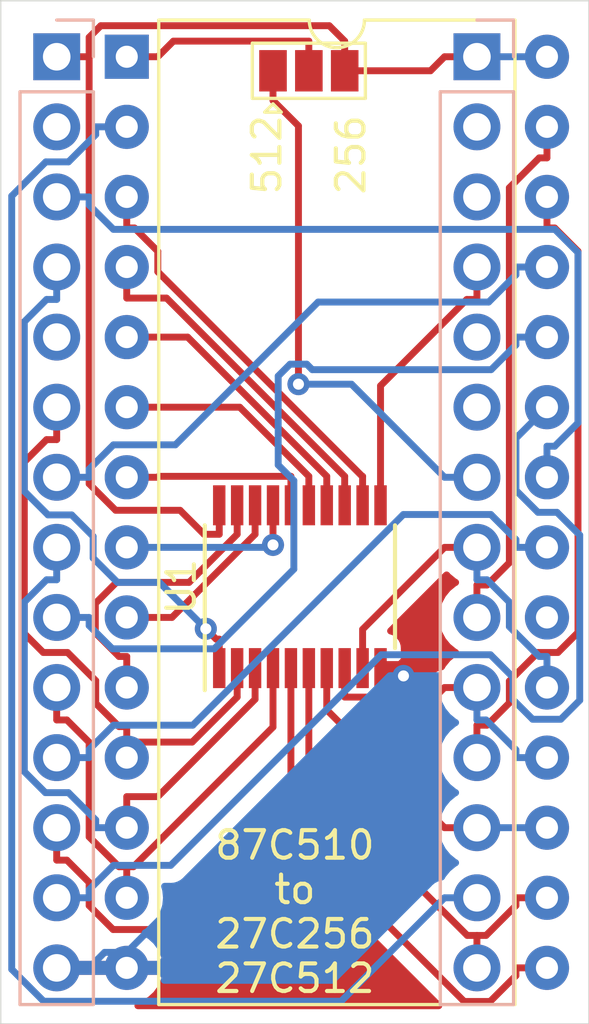
<source format=kicad_pcb>
(kicad_pcb (version 20171130) (host pcbnew "(5.1.2)-2")

  (general
    (thickness 1.6)
    (drawings 7)
    (tracks 264)
    (zones 0)
    (modules 5)
    (nets 31)
  )

  (page A4)
  (layers
    (0 F.Cu signal)
    (31 B.Cu signal)
    (32 B.Adhes user)
    (33 F.Adhes user)
    (34 B.Paste user)
    (35 F.Paste user)
    (36 B.SilkS user)
    (37 F.SilkS user)
    (38 B.Mask user)
    (39 F.Mask user)
    (40 Dwgs.User user)
    (41 Cmts.User user)
    (42 Eco1.User user)
    (43 Eco2.User user)
    (44 Edge.Cuts user)
    (45 Margin user)
    (46 B.CrtYd user)
    (47 F.CrtYd user)
    (48 B.Fab user)
    (49 F.Fab user)
  )

  (setup
    (last_trace_width 0.25)
    (trace_clearance 0.2)
    (zone_clearance 0.508)
    (zone_45_only no)
    (trace_min 0.2)
    (via_size 0.8)
    (via_drill 0.4)
    (via_min_size 0.4)
    (via_min_drill 0.3)
    (uvia_size 0.3)
    (uvia_drill 0.1)
    (uvias_allowed no)
    (uvia_min_size 0.2)
    (uvia_min_drill 0.1)
    (edge_width 0.05)
    (segment_width 0.2)
    (pcb_text_width 0.3)
    (pcb_text_size 1.5 1.5)
    (mod_edge_width 0.12)
    (mod_text_size 1 1)
    (mod_text_width 0.15)
    (pad_size 1.524 1.524)
    (pad_drill 0.762)
    (pad_to_mask_clearance 0.051)
    (solder_mask_min_width 0.25)
    (aux_axis_origin 0 0)
    (visible_elements 7FFFFFFF)
    (pcbplotparams
      (layerselection 0x010f0_ffffffff)
      (usegerberextensions false)
      (usegerberattributes false)
      (usegerberadvancedattributes false)
      (creategerberjobfile false)
      (excludeedgelayer true)
      (linewidth 0.100000)
      (plotframeref false)
      (viasonmask false)
      (mode 1)
      (useauxorigin false)
      (hpglpennumber 1)
      (hpglpenspeed 20)
      (hpglpendiameter 15.000000)
      (psnegative false)
      (psa4output false)
      (plotreference true)
      (plotvalue true)
      (plotinvisibletext false)
      (padsonsilk false)
      (subtractmaskfromsilk false)
      (outputformat 1)
      (mirror false)
      (drillshape 0)
      (scaleselection 1)
      (outputdirectory ""))
  )

  (net 0 "")
  (net 1 GND)
  (net 2 +5V)
  (net 3 A11)
  (net 4 AD3)
  (net 5 A10)
  (net 6 AD2)
  (net 7 A9)
  (net 8 AD1)
  (net 9 A8)
  (net 10 AD0)
  (net 11 EN)
  (net 12 OE)
  (net 13 ALE)
  (net 14 A15)
  (net 15 AD7)
  (net 16 A14)
  (net 17 AD6)
  (net 18 A13)
  (net 19 AD5)
  (net 20 A12)
  (net 21 AD4)
  (net 22 A0)
  (net 23 A1)
  (net 24 A2)
  (net 25 A3)
  (net 26 A4)
  (net 27 A5)
  (net 28 A6)
  (net 29 A7)
  (net 30 "Net-(JP1-Pad2)")

  (net_class Default "This is the default net class."
    (clearance 0.2)
    (trace_width 0.25)
    (via_dia 0.8)
    (via_drill 0.4)
    (uvia_dia 0.3)
    (uvia_drill 0.1)
    (add_net +5V)
    (add_net A0)
    (add_net A1)
    (add_net A10)
    (add_net A11)
    (add_net A12)
    (add_net A13)
    (add_net A14)
    (add_net A15)
    (add_net A2)
    (add_net A3)
    (add_net A4)
    (add_net A5)
    (add_net A6)
    (add_net A7)
    (add_net A8)
    (add_net A9)
    (add_net AD0)
    (add_net AD1)
    (add_net AD2)
    (add_net AD3)
    (add_net AD4)
    (add_net AD5)
    (add_net AD6)
    (add_net AD7)
    (add_net ALE)
    (add_net EN)
    (add_net GND)
    (add_net "Net-(JP1-Pad2)")
    (add_net OE)
  )

  (module Pin_Headers:Pin_Header_Straight_1x14_Pitch2.54mm (layer B.Cu) (tedit 59650532) (tstamp 5D937DE4)
    (at 147.828 92.456 180)
    (descr "Through hole straight pin header, 1x14, 2.54mm pitch, single row")
    (tags "Through hole pin header THT 1x14 2.54mm single row")
    (path /5D86B354)
    (fp_text reference J1 (at 0 2.33) (layer B.SilkS) hide
      (effects (font (size 1 1) (thickness 0.15)) (justify mirror))
    )
    (fp_text value Conn_01x14 (at 0 -35.35) (layer B.Fab) hide
      (effects (font (size 1 1) (thickness 0.15)) (justify mirror))
    )
    (fp_text user %R (at 0 -16.51 270) (layer B.Fab)
      (effects (font (size 1 1) (thickness 0.15)) (justify mirror))
    )
    (fp_line (start 1.8 1.8) (end -1.8 1.8) (layer B.CrtYd) (width 0.05))
    (fp_line (start 1.8 -34.8) (end 1.8 1.8) (layer B.CrtYd) (width 0.05))
    (fp_line (start -1.8 -34.8) (end 1.8 -34.8) (layer B.CrtYd) (width 0.05))
    (fp_line (start -1.8 1.8) (end -1.8 -34.8) (layer B.CrtYd) (width 0.05))
    (fp_line (start -1.33 1.33) (end 0 1.33) (layer B.SilkS) (width 0.12))
    (fp_line (start -1.33 0) (end -1.33 1.33) (layer B.SilkS) (width 0.12))
    (fp_line (start -1.33 -1.27) (end 1.33 -1.27) (layer B.SilkS) (width 0.12))
    (fp_line (start 1.33 -1.27) (end 1.33 -34.35) (layer B.SilkS) (width 0.12))
    (fp_line (start -1.33 -1.27) (end -1.33 -34.35) (layer B.SilkS) (width 0.12))
    (fp_line (start -1.33 -34.35) (end 1.33 -34.35) (layer B.SilkS) (width 0.12))
    (fp_line (start -1.27 0.635) (end -0.635 1.27) (layer B.Fab) (width 0.1))
    (fp_line (start -1.27 -34.29) (end -1.27 0.635) (layer B.Fab) (width 0.1))
    (fp_line (start 1.27 -34.29) (end -1.27 -34.29) (layer B.Fab) (width 0.1))
    (fp_line (start 1.27 1.27) (end 1.27 -34.29) (layer B.Fab) (width 0.1))
    (fp_line (start -0.635 1.27) (end 1.27 1.27) (layer B.Fab) (width 0.1))
    (pad 14 thru_hole oval (at 0 -33.02 180) (size 1.7 1.7) (drill 1) (layers *.Cu *.Mask)
      (net 1 GND))
    (pad 13 thru_hole oval (at 0 -30.48 180) (size 1.7 1.7) (drill 1) (layers *.Cu *.Mask)
      (net 3 A11))
    (pad 12 thru_hole oval (at 0 -27.94 180) (size 1.7 1.7) (drill 1) (layers *.Cu *.Mask)
      (net 4 AD3))
    (pad 11 thru_hole oval (at 0 -25.4 180) (size 1.7 1.7) (drill 1) (layers *.Cu *.Mask)
      (net 5 A10))
    (pad 10 thru_hole oval (at 0 -22.86 180) (size 1.7 1.7) (drill 1) (layers *.Cu *.Mask)
      (net 6 AD2))
    (pad 9 thru_hole oval (at 0 -20.32 180) (size 1.7 1.7) (drill 1) (layers *.Cu *.Mask)
      (net 7 A9))
    (pad 8 thru_hole oval (at 0 -17.78 180) (size 1.7 1.7) (drill 1) (layers *.Cu *.Mask)
      (net 8 AD1))
    (pad 7 thru_hole oval (at 0 -15.24 180) (size 1.7 1.7) (drill 1) (layers *.Cu *.Mask)
      (net 9 A8))
    (pad 6 thru_hole oval (at 0 -12.7 180) (size 1.7 1.7) (drill 1) (layers *.Cu *.Mask)
      (net 10 AD0))
    (pad 5 thru_hole oval (at 0 -10.16 180) (size 1.7 1.7) (drill 1) (layers *.Cu *.Mask))
    (pad 4 thru_hole oval (at 0 -7.62 180) (size 1.7 1.7) (drill 1) (layers *.Cu *.Mask)
      (net 11 EN))
    (pad 3 thru_hole oval (at 0 -5.08 180) (size 1.7 1.7) (drill 1) (layers *.Cu *.Mask)
      (net 12 OE))
    (pad 2 thru_hole oval (at 0 -2.54 180) (size 1.7 1.7) (drill 1) (layers *.Cu *.Mask))
    (pad 1 thru_hole rect (at 0 0 180) (size 1.7 1.7) (drill 1) (layers *.Cu *.Mask)
      (net 2 +5V))
    (model ${KISYS3DMOD}/Pin_Headers.3dshapes/Pin_Header_Straight_1x14_Pitch2.54mm.wrl
      (at (xyz 0 0 0))
      (scale (xyz 1 1 1))
      (rotate (xyz 0 0 0))
    )
  )

  (module Pin_Headers:Pin_Header_Straight_1x14_Pitch2.54mm (layer B.Cu) (tedit 59650532) (tstamp 5D937E06)
    (at 163.068 92.456 180)
    (descr "Through hole straight pin header, 1x14, 2.54mm pitch, single row")
    (tags "Through hole pin header THT 1x14 2.54mm single row")
    (path /5D86F0A6)
    (fp_text reference J2 (at 0 2.33) (layer B.SilkS) hide
      (effects (font (size 1 1) (thickness 0.15)) (justify mirror))
    )
    (fp_text value Conn_01x14 (at 0 -35.35) (layer B.Fab) hide
      (effects (font (size 1 1) (thickness 0.15)) (justify mirror))
    )
    (fp_line (start -0.635 1.27) (end 1.27 1.27) (layer B.Fab) (width 0.1))
    (fp_line (start 1.27 1.27) (end 1.27 -34.29) (layer B.Fab) (width 0.1))
    (fp_line (start 1.27 -34.29) (end -1.27 -34.29) (layer B.Fab) (width 0.1))
    (fp_line (start -1.27 -34.29) (end -1.27 0.635) (layer B.Fab) (width 0.1))
    (fp_line (start -1.27 0.635) (end -0.635 1.27) (layer B.Fab) (width 0.1))
    (fp_line (start -1.33 -34.35) (end 1.33 -34.35) (layer B.SilkS) (width 0.12))
    (fp_line (start -1.33 -1.27) (end -1.33 -34.35) (layer B.SilkS) (width 0.12))
    (fp_line (start 1.33 -1.27) (end 1.33 -34.35) (layer B.SilkS) (width 0.12))
    (fp_line (start -1.33 -1.27) (end 1.33 -1.27) (layer B.SilkS) (width 0.12))
    (fp_line (start -1.33 0) (end -1.33 1.33) (layer B.SilkS) (width 0.12))
    (fp_line (start -1.33 1.33) (end 0 1.33) (layer B.SilkS) (width 0.12))
    (fp_line (start -1.8 1.8) (end -1.8 -34.8) (layer B.CrtYd) (width 0.05))
    (fp_line (start -1.8 -34.8) (end 1.8 -34.8) (layer B.CrtYd) (width 0.05))
    (fp_line (start 1.8 -34.8) (end 1.8 1.8) (layer B.CrtYd) (width 0.05))
    (fp_line (start 1.8 1.8) (end -1.8 1.8) (layer B.CrtYd) (width 0.05))
    (fp_text user %R (at 0 -16.51 270) (layer B.Fab)
      (effects (font (size 1 1) (thickness 0.15)) (justify mirror))
    )
    (pad 1 thru_hole rect (at 0 0 180) (size 1.7 1.7) (drill 1) (layers *.Cu *.Mask)
      (net 2 +5V))
    (pad 2 thru_hole oval (at 0 -2.54 180) (size 1.7 1.7) (drill 1) (layers *.Cu *.Mask))
    (pad 3 thru_hole oval (at 0 -5.08 180) (size 1.7 1.7) (drill 1) (layers *.Cu *.Mask))
    (pad 4 thru_hole oval (at 0 -7.62 180) (size 1.7 1.7) (drill 1) (layers *.Cu *.Mask)
      (net 13 ALE))
    (pad 5 thru_hole oval (at 0 -10.16 180) (size 1.7 1.7) (drill 1) (layers *.Cu *.Mask))
    (pad 6 thru_hole oval (at 0 -12.7 180) (size 1.7 1.7) (drill 1) (layers *.Cu *.Mask))
    (pad 7 thru_hole oval (at 0 -15.24 180) (size 1.7 1.7) (drill 1) (layers *.Cu *.Mask)
      (net 14 A15))
    (pad 8 thru_hole oval (at 0 -17.78 180) (size 1.7 1.7) (drill 1) (layers *.Cu *.Mask)
      (net 15 AD7))
    (pad 9 thru_hole oval (at 0 -20.32 180) (size 1.7 1.7) (drill 1) (layers *.Cu *.Mask)
      (net 16 A14))
    (pad 10 thru_hole oval (at 0 -22.86 180) (size 1.7 1.7) (drill 1) (layers *.Cu *.Mask)
      (net 17 AD6))
    (pad 11 thru_hole oval (at 0 -25.4 180) (size 1.7 1.7) (drill 1) (layers *.Cu *.Mask)
      (net 18 A13))
    (pad 12 thru_hole oval (at 0 -27.94 180) (size 1.7 1.7) (drill 1) (layers *.Cu *.Mask)
      (net 19 AD5))
    (pad 13 thru_hole oval (at 0 -30.48 180) (size 1.7 1.7) (drill 1) (layers *.Cu *.Mask)
      (net 20 A12))
    (pad 14 thru_hole oval (at 0 -33.02 180) (size 1.7 1.7) (drill 1) (layers *.Cu *.Mask)
      (net 21 AD4))
    (model ${KISYS3DMOD}/Pin_Headers.3dshapes/Pin_Header_Straight_1x14_Pitch2.54mm.wrl
      (at (xyz 0 0 0))
      (scale (xyz 1 1 1))
      (rotate (xyz 0 0 0))
    )
  )

  (module solderjump:SolderJumper-3_P1.3mm_Open_Pad1.0x1.5mm (layer F.Cu) (tedit 5A3F8BB2) (tstamp 5D937E18)
    (at 156.972 92.964)
    (descr "SMD Solder 3-pad Jumper, 1x1.5mm Pads, 0.3mm gap, open")
    (tags "solder jumper open")
    (path /5D94D339)
    (attr virtual)
    (fp_text reference JP1 (at 0 -1.8) (layer F.SilkS) hide
      (effects (font (size 1 1) (thickness 0.15)))
    )
    (fp_text value 256/512 (at 0 2) (layer F.Fab)
      (effects (font (size 1 1) (thickness 0.15)))
    )
    (fp_line (start 2.3 1.25) (end -2.3 1.25) (layer F.CrtYd) (width 0.05))
    (fp_line (start 2.3 1.25) (end 2.3 -1.25) (layer F.CrtYd) (width 0.05))
    (fp_line (start -2.3 -1.25) (end -2.3 1.25) (layer F.CrtYd) (width 0.05))
    (fp_line (start -2.3 -1.25) (end 2.3 -1.25) (layer F.CrtYd) (width 0.05))
    (fp_line (start -2.05 -1) (end 2.05 -1) (layer F.SilkS) (width 0.12))
    (fp_line (start 2.05 -1) (end 2.05 1) (layer F.SilkS) (width 0.12))
    (fp_line (start 2.05 1) (end -2.05 1) (layer F.SilkS) (width 0.12))
    (fp_line (start -2.05 1) (end -2.05 -1) (layer F.SilkS) (width 0.12))
    (fp_line (start -1.3 1.2) (end -1.6 1.5) (layer F.SilkS) (width 0.12))
    (fp_line (start -1.6 1.5) (end -1 1.5) (layer F.SilkS) (width 0.12))
    (fp_line (start -1.3 1.2) (end -1 1.5) (layer F.SilkS) (width 0.12))
    (pad 1 smd rect (at -1.3 0) (size 1 1.5) (layers F.Cu F.Mask)
      (net 14 A15))
    (pad 2 smd rect (at 0 0) (size 1 1.5) (layers F.Cu F.Mask)
      (net 30 "Net-(JP1-Pad2)"))
    (pad 3 smd rect (at 1.3 0) (size 1 1.5) (layers F.Cu F.Mask)
      (net 2 +5V))
  )

  (module Housings_SSOP:TSSOP-20_4.4x6.5mm_Pitch0.65mm (layer F.Cu) (tedit 54130A77) (tstamp 5D937E3C)
    (at 156.647 111.662 90)
    (descr "20-Lead Plastic Thin Shrink Small Outline (ST)-4.4 mm Body [TSSOP] (see Microchip Packaging Specification 00000049BS.pdf)")
    (tags "SSOP 0.65")
    (path /5D945596)
    (attr smd)
    (fp_text reference U1 (at 0 -4.3 90) (layer F.SilkS)
      (effects (font (size 1 1) (thickness 0.15)))
    )
    (fp_text value 74LS573 (at 0 4.3 90) (layer F.Fab)
      (effects (font (size 1 1) (thickness 0.15)))
    )
    (fp_line (start -1.2 -3.25) (end 2.2 -3.25) (layer F.Fab) (width 0.15))
    (fp_line (start 2.2 -3.25) (end 2.2 3.25) (layer F.Fab) (width 0.15))
    (fp_line (start 2.2 3.25) (end -2.2 3.25) (layer F.Fab) (width 0.15))
    (fp_line (start -2.2 3.25) (end -2.2 -2.25) (layer F.Fab) (width 0.15))
    (fp_line (start -2.2 -2.25) (end -1.2 -3.25) (layer F.Fab) (width 0.15))
    (fp_line (start -3.95 -3.55) (end -3.95 3.55) (layer F.CrtYd) (width 0.05))
    (fp_line (start 3.95 -3.55) (end 3.95 3.55) (layer F.CrtYd) (width 0.05))
    (fp_line (start -3.95 -3.55) (end 3.95 -3.55) (layer F.CrtYd) (width 0.05))
    (fp_line (start -3.95 3.55) (end 3.95 3.55) (layer F.CrtYd) (width 0.05))
    (fp_line (start -2.225 3.45) (end 2.225 3.45) (layer F.SilkS) (width 0.15))
    (fp_line (start -3.75 -3.45) (end 2.225 -3.45) (layer F.SilkS) (width 0.15))
    (fp_text user %R (at 0 0 90) (layer F.Fab)
      (effects (font (size 0.8 0.8) (thickness 0.15)))
    )
    (pad 1 smd rect (at -2.95 -2.925 90) (size 1.45 0.45) (layers F.Cu F.Paste F.Mask)
      (net 11 EN))
    (pad 2 smd rect (at -2.95 -2.275 90) (size 1.45 0.45) (layers F.Cu F.Paste F.Mask)
      (net 10 AD0))
    (pad 3 smd rect (at -2.95 -1.625 90) (size 1.45 0.45) (layers F.Cu F.Paste F.Mask)
      (net 8 AD1))
    (pad 4 smd rect (at -2.95 -0.975 90) (size 1.45 0.45) (layers F.Cu F.Paste F.Mask)
      (net 6 AD2))
    (pad 5 smd rect (at -2.95 -0.325 90) (size 1.45 0.45) (layers F.Cu F.Paste F.Mask)
      (net 4 AD3))
    (pad 6 smd rect (at -2.95 0.325 90) (size 1.45 0.45) (layers F.Cu F.Paste F.Mask)
      (net 21 AD4))
    (pad 7 smd rect (at -2.95 0.975 90) (size 1.45 0.45) (layers F.Cu F.Paste F.Mask)
      (net 19 AD5))
    (pad 8 smd rect (at -2.95 1.625 90) (size 1.45 0.45) (layers F.Cu F.Paste F.Mask)
      (net 17 AD6))
    (pad 9 smd rect (at -2.95 2.275 90) (size 1.45 0.45) (layers F.Cu F.Paste F.Mask)
      (net 15 AD7))
    (pad 10 smd rect (at -2.95 2.925 90) (size 1.45 0.45) (layers F.Cu F.Paste F.Mask)
      (net 1 GND))
    (pad 11 smd rect (at 2.95 2.925 90) (size 1.45 0.45) (layers F.Cu F.Paste F.Mask)
      (net 13 ALE))
    (pad 12 smd rect (at 2.95 2.275 90) (size 1.45 0.45) (layers F.Cu F.Paste F.Mask)
      (net 29 A7))
    (pad 13 smd rect (at 2.95 1.625 90) (size 1.45 0.45) (layers F.Cu F.Paste F.Mask)
      (net 28 A6))
    (pad 14 smd rect (at 2.95 0.975 90) (size 1.45 0.45) (layers F.Cu F.Paste F.Mask)
      (net 27 A5))
    (pad 15 smd rect (at 2.95 0.325 90) (size 1.45 0.45) (layers F.Cu F.Paste F.Mask)
      (net 26 A4))
    (pad 16 smd rect (at 2.95 -0.325 90) (size 1.45 0.45) (layers F.Cu F.Paste F.Mask)
      (net 25 A3))
    (pad 17 smd rect (at 2.95 -0.975 90) (size 1.45 0.45) (layers F.Cu F.Paste F.Mask)
      (net 24 A2))
    (pad 18 smd rect (at 2.95 -1.625 90) (size 1.45 0.45) (layers F.Cu F.Paste F.Mask)
      (net 23 A1))
    (pad 19 smd rect (at 2.95 -2.275 90) (size 1.45 0.45) (layers F.Cu F.Paste F.Mask)
      (net 22 A0))
    (pad 20 smd rect (at 2.95 -2.925 90) (size 1.45 0.45) (layers F.Cu F.Paste F.Mask)
      (net 2 +5V))
    (model ${KISYS3DMOD}/Housings_SSOP.3dshapes/TSSOP-20_4.4x6.5mm_Pitch0.65mm.wrl
      (at (xyz 0 0 0))
      (scale (xyz 1 1 1))
      (rotate (xyz 0 0 0))
    )
  )

  (module Housings_DIP:DIP-28_W15.24mm (layer F.Cu) (tedit 59C78D6C) (tstamp 5D937E6C)
    (at 150.368 92.456)
    (descr "28-lead though-hole mounted DIP package, row spacing 15.24 mm (600 mils)")
    (tags "THT DIP DIL PDIP 2.54mm 15.24mm 600mil")
    (path /5D8692B0)
    (fp_text reference U2 (at 7.62 -2.33) (layer F.SilkS) hide
      (effects (font (size 1 1) (thickness 0.15)))
    )
    (fp_text value 27C512 (at 7.62 35.35) (layer F.Fab) hide
      (effects (font (size 1 1) (thickness 0.15)))
    )
    (fp_text user %R (at 7.62 16.51) (layer F.Fab)
      (effects (font (size 1 1) (thickness 0.15)))
    )
    (fp_line (start 16.3 -1.55) (end -1.05 -1.55) (layer F.CrtYd) (width 0.05))
    (fp_line (start 16.3 34.55) (end 16.3 -1.55) (layer F.CrtYd) (width 0.05))
    (fp_line (start -1.05 34.55) (end 16.3 34.55) (layer F.CrtYd) (width 0.05))
    (fp_line (start -1.05 -1.55) (end -1.05 34.55) (layer F.CrtYd) (width 0.05))
    (fp_line (start 14.08 -1.33) (end 8.62 -1.33) (layer F.SilkS) (width 0.12))
    (fp_line (start 14.08 34.35) (end 14.08 -1.33) (layer F.SilkS) (width 0.12))
    (fp_line (start 1.16 34.35) (end 14.08 34.35) (layer F.SilkS) (width 0.12))
    (fp_line (start 1.16 -1.33) (end 1.16 34.35) (layer F.SilkS) (width 0.12))
    (fp_line (start 6.62 -1.33) (end 1.16 -1.33) (layer F.SilkS) (width 0.12))
    (fp_line (start 0.255 -0.27) (end 1.255 -1.27) (layer F.Fab) (width 0.1))
    (fp_line (start 0.255 34.29) (end 0.255 -0.27) (layer F.Fab) (width 0.1))
    (fp_line (start 14.985 34.29) (end 0.255 34.29) (layer F.Fab) (width 0.1))
    (fp_line (start 14.985 -1.27) (end 14.985 34.29) (layer F.Fab) (width 0.1))
    (fp_line (start 1.255 -1.27) (end 14.985 -1.27) (layer F.Fab) (width 0.1))
    (fp_arc (start 7.62 -1.33) (end 6.62 -1.33) (angle -180) (layer F.SilkS) (width 0.12))
    (pad 28 thru_hole oval (at 15.24 0) (size 1.6 1.6) (drill 0.8) (layers *.Cu *.Mask)
      (net 2 +5V))
    (pad 14 thru_hole oval (at 0 33.02) (size 1.6 1.6) (drill 0.8) (layers *.Cu *.Mask)
      (net 1 GND))
    (pad 27 thru_hole oval (at 15.24 2.54) (size 1.6 1.6) (drill 0.8) (layers *.Cu *.Mask)
      (net 16 A14))
    (pad 13 thru_hole oval (at 0 30.48) (size 1.6 1.6) (drill 0.8) (layers *.Cu *.Mask)
      (net 6 AD2))
    (pad 26 thru_hole oval (at 15.24 5.08) (size 1.6 1.6) (drill 0.8) (layers *.Cu *.Mask)
      (net 18 A13))
    (pad 12 thru_hole oval (at 0 27.94) (size 1.6 1.6) (drill 0.8) (layers *.Cu *.Mask)
      (net 8 AD1))
    (pad 25 thru_hole oval (at 15.24 7.62) (size 1.6 1.6) (drill 0.8) (layers *.Cu *.Mask)
      (net 9 A8))
    (pad 11 thru_hole oval (at 0 25.4) (size 1.6 1.6) (drill 0.8) (layers *.Cu *.Mask)
      (net 10 AD0))
    (pad 24 thru_hole oval (at 15.24 10.16) (size 1.6 1.6) (drill 0.8) (layers *.Cu *.Mask)
      (net 7 A9))
    (pad 10 thru_hole oval (at 0 22.86) (size 1.6 1.6) (drill 0.8) (layers *.Cu *.Mask)
      (net 22 A0))
    (pad 23 thru_hole oval (at 15.24 12.7) (size 1.6 1.6) (drill 0.8) (layers *.Cu *.Mask)
      (net 3 A11))
    (pad 9 thru_hole oval (at 0 20.32) (size 1.6 1.6) (drill 0.8) (layers *.Cu *.Mask)
      (net 23 A1))
    (pad 22 thru_hole oval (at 15.24 15.24) (size 1.6 1.6) (drill 0.8) (layers *.Cu *.Mask)
      (net 12 OE))
    (pad 8 thru_hole oval (at 0 17.78) (size 1.6 1.6) (drill 0.8) (layers *.Cu *.Mask)
      (net 24 A2))
    (pad 21 thru_hole oval (at 15.24 17.78) (size 1.6 1.6) (drill 0.8) (layers *.Cu *.Mask)
      (net 5 A10))
    (pad 7 thru_hole oval (at 0 15.24) (size 1.6 1.6) (drill 0.8) (layers *.Cu *.Mask)
      (net 25 A3))
    (pad 20 thru_hole oval (at 15.24 20.32) (size 1.6 1.6) (drill 0.8) (layers *.Cu *.Mask))
    (pad 6 thru_hole oval (at 0 12.7) (size 1.6 1.6) (drill 0.8) (layers *.Cu *.Mask)
      (net 26 A4))
    (pad 19 thru_hole oval (at 15.24 22.86) (size 1.6 1.6) (drill 0.8) (layers *.Cu *.Mask)
      (net 15 AD7))
    (pad 5 thru_hole oval (at 0 10.16) (size 1.6 1.6) (drill 0.8) (layers *.Cu *.Mask)
      (net 27 A5))
    (pad 18 thru_hole oval (at 15.24 25.4) (size 1.6 1.6) (drill 0.8) (layers *.Cu *.Mask)
      (net 17 AD6))
    (pad 4 thru_hole oval (at 0 7.62) (size 1.6 1.6) (drill 0.8) (layers *.Cu *.Mask)
      (net 28 A6))
    (pad 17 thru_hole oval (at 15.24 27.94) (size 1.6 1.6) (drill 0.8) (layers *.Cu *.Mask)
      (net 19 AD5))
    (pad 3 thru_hole oval (at 0 5.08) (size 1.6 1.6) (drill 0.8) (layers *.Cu *.Mask)
      (net 29 A7))
    (pad 16 thru_hole oval (at 15.24 30.48) (size 1.6 1.6) (drill 0.8) (layers *.Cu *.Mask)
      (net 21 AD4))
    (pad 2 thru_hole oval (at 0 2.54) (size 1.6 1.6) (drill 0.8) (layers *.Cu *.Mask)
      (net 20 A12))
    (pad 15 thru_hole oval (at 15.24 33.02) (size 1.6 1.6) (drill 0.8) (layers *.Cu *.Mask)
      (net 4 AD3))
    (pad 1 thru_hole rect (at 0 0) (size 1.6 1.6) (drill 0.8) (layers *.Cu *.Mask)
      (net 30 "Net-(JP1-Pad2)"))
    (model ${KISYS3DMOD}/Housings_DIP.3dshapes/DIP-28_W15.24mm.wrl
      (at (xyz 0 0 0))
      (scale (xyz 1 1 1))
      (rotate (xyz 0 0 0))
    )
  )

  (gr_text 256 (at 158.496 96.012 90) (layer F.SilkS)
    (effects (font (size 1 1) (thickness 0.15)))
  )
  (gr_text 512 (at 155.448 96.012 90) (layer F.SilkS)
    (effects (font (size 1 1) (thickness 0.15)))
  )
  (gr_text "87C510\nto\n27C256\n27C512" (at 156.464 123.444) (layer F.SilkS)
    (effects (font (size 1 1) (thickness 0.15)))
  )
  (gr_line (start 145.796 127.508) (end 145.796 90.424) (layer Edge.Cuts) (width 0.05) (tstamp 5D9387EC))
  (gr_line (start 167.132 127.508) (end 145.796 127.508) (layer Edge.Cuts) (width 0.05))
  (gr_line (start 167.132 90.424) (end 167.132 127.508) (layer Edge.Cuts) (width 0.05))
  (gr_line (start 145.796 90.424) (end 167.132 90.424) (layer Edge.Cuts) (width 0.05))

  (segment (start 160.3858 114.8955) (end 160.4039 114.8955) (width 0.25) (layer B.Cu) (net 1))
  (segment (start 150.368 124.9133) (end 149.566 124.9133) (width 0.25) (layer B.Cu) (net 1))
  (segment (start 149.566 124.9133) (end 149.0033 125.476) (width 0.25) (layer B.Cu) (net 1))
  (segment (start 160.4039 114.8955) (end 159.8555 114.8955) (width 0.25) (layer F.Cu) (net 1))
  (segment (start 159.8555 114.8955) (end 159.572 114.612) (width 0.25) (layer F.Cu) (net 1))
  (segment (start 147.828 125.476) (end 149.0033 125.476) (width 0.25) (layer B.Cu) (net 1))
  (segment (start 150.368 125.476) (end 150.368 124.9133) (width 0.25) (layer B.Cu) (net 1))
  (via (at 160.4039 114.8955) (size 0.8) (layers F.Cu B.Cu) (net 1))
  (segment (start 150.368 124.9133) (end 160.3858 114.8955) (width 0.25) (layer B.Cu) (net 1))
  (segment (start 153.722 108.712) (end 153.722 109.7623) (width 0.25) (layer F.Cu) (net 2))
  (segment (start 149.0033 92.456) (end 149.0033 107.9308) (width 0.25) (layer F.Cu) (net 2))
  (segment (start 149.0033 107.9308) (end 149.9646 108.8921) (width 0.25) (layer F.Cu) (net 2))
  (segment (start 149.9646 108.8921) (end 152.3015 108.8921) (width 0.25) (layer F.Cu) (net 2))
  (segment (start 152.3015 108.8921) (end 153.1717 109.7623) (width 0.25) (layer F.Cu) (net 2))
  (segment (start 153.1717 109.7623) (end 153.722 109.7623) (width 0.25) (layer F.Cu) (net 2))
  (segment (start 158.272 91.8887) (end 157.7139 91.3306) (width 0.25) (layer F.Cu) (net 2))
  (segment (start 157.7139 91.3306) (end 149.4253 91.3306) (width 0.25) (layer F.Cu) (net 2))
  (segment (start 149.4253 91.3306) (end 149.0033 91.7526) (width 0.25) (layer F.Cu) (net 2))
  (segment (start 149.0033 91.7526) (end 149.0033 92.456) (width 0.25) (layer F.Cu) (net 2))
  (segment (start 158.272 92.964) (end 158.272 91.8887) (width 0.25) (layer F.Cu) (net 2))
  (segment (start 158.272 92.964) (end 161.3847 92.964) (width 0.25) (layer F.Cu) (net 2))
  (segment (start 161.3847 92.964) (end 161.8927 92.456) (width 0.25) (layer F.Cu) (net 2))
  (segment (start 147.828 92.456) (end 149.0033 92.456) (width 0.25) (layer F.Cu) (net 2))
  (segment (start 165.608 92.456) (end 163.068 92.456) (width 0.25) (layer B.Cu) (net 2))
  (segment (start 163.068 92.456) (end 161.8927 92.456) (width 0.25) (layer F.Cu) (net 2))
  (segment (start 147.828 122.936) (end 149.0033 122.936) (width 0.25) (layer B.Cu) (net 3))
  (segment (start 165.608 105.156) (end 164.4826 106.2814) (width 0.25) (layer B.Cu) (net 3))
  (segment (start 164.4826 106.2814) (end 164.4826 108.1681) (width 0.25) (layer B.Cu) (net 3))
  (segment (start 164.4826 108.1681) (end 165.2805 108.966) (width 0.25) (layer B.Cu) (net 3))
  (segment (start 165.2805 108.966) (end 165.9716 108.966) (width 0.25) (layer B.Cu) (net 3))
  (segment (start 165.9716 108.966) (end 166.7966 109.791) (width 0.25) (layer B.Cu) (net 3))
  (segment (start 166.7966 109.791) (end 166.7966 115.7792) (width 0.25) (layer B.Cu) (net 3))
  (segment (start 166.7966 115.7792) (end 166.1101 116.4657) (width 0.25) (layer B.Cu) (net 3))
  (segment (start 166.1101 116.4657) (end 165.0876 116.4657) (width 0.25) (layer B.Cu) (net 3))
  (segment (start 165.0876 116.4657) (end 164.3733 115.7514) (width 0.25) (layer B.Cu) (net 3))
  (segment (start 164.3733 115.7514) (end 164.3733 114.942) (width 0.25) (layer B.Cu) (net 3))
  (segment (start 164.3733 114.942) (end 163.5601 114.1288) (width 0.25) (layer B.Cu) (net 3))
  (segment (start 163.5601 114.1288) (end 159.5952 114.1288) (width 0.25) (layer B.Cu) (net 3))
  (segment (start 159.5952 114.1288) (end 151.9633 121.7607) (width 0.25) (layer B.Cu) (net 3))
  (segment (start 151.9633 121.7607) (end 149.8847 121.7607) (width 0.25) (layer B.Cu) (net 3))
  (segment (start 149.8847 121.7607) (end 149.0033 122.6421) (width 0.25) (layer B.Cu) (net 3))
  (segment (start 149.0033 122.6421) (end 149.0033 122.936) (width 0.25) (layer B.Cu) (net 3))
  (segment (start 165.608 125.476) (end 164.4827 125.476) (width 0.25) (layer F.Cu) (net 4))
  (segment (start 155.9971 120.0864) (end 156.322 119.7615) (width 0.25) (layer F.Cu) (net 4))
  (segment (start 156.322 119.7615) (end 156.322 114.612) (width 0.25) (layer F.Cu) (net 4))
  (segment (start 164.4827 125.476) (end 164.4827 125.7573) (width 0.25) (layer F.Cu) (net 4))
  (segment (start 164.4827 125.7573) (end 163.5463 126.6937) (width 0.25) (layer F.Cu) (net 4))
  (segment (start 163.5463 126.6937) (end 162.6044 126.6937) (width 0.25) (layer F.Cu) (net 4))
  (segment (start 162.6044 126.6937) (end 155.9971 120.0864) (width 0.25) (layer F.Cu) (net 4))
  (segment (start 155.9971 120.0864) (end 151.9971 124.0864) (width 0.25) (layer F.Cu) (net 4))
  (segment (start 151.9971 124.0864) (end 149.8723 124.0864) (width 0.25) (layer F.Cu) (net 4))
  (segment (start 149.8723 124.0864) (end 149.0033 123.2174) (width 0.25) (layer F.Cu) (net 4))
  (segment (start 149.0033 123.2174) (end 149.0033 122.3792) (width 0.25) (layer F.Cu) (net 4))
  (segment (start 149.0033 122.3792) (end 148.1954 121.5713) (width 0.25) (layer F.Cu) (net 4))
  (segment (start 148.1954 121.5713) (end 147.828 121.5713) (width 0.25) (layer F.Cu) (net 4))
  (segment (start 147.828 120.396) (end 147.828 121.5713) (width 0.25) (layer F.Cu) (net 4))
  (segment (start 149.0033 117.856) (end 149.0033 117.5621) (width 0.25) (layer B.Cu) (net 5))
  (segment (start 149.0033 117.5621) (end 149.8847 116.6807) (width 0.25) (layer B.Cu) (net 5))
  (segment (start 149.8847 116.6807) (end 152.7641 116.6807) (width 0.25) (layer B.Cu) (net 5))
  (segment (start 152.7641 116.6807) (end 160.3994 109.0454) (width 0.25) (layer B.Cu) (net 5))
  (segment (start 160.3994 109.0454) (end 163.5734 109.0454) (width 0.25) (layer B.Cu) (net 5))
  (segment (start 163.5734 109.0454) (end 164.4827 109.9547) (width 0.25) (layer B.Cu) (net 5))
  (segment (start 164.4827 109.9547) (end 164.4827 110.236) (width 0.25) (layer B.Cu) (net 5))
  (segment (start 147.828 117.856) (end 149.0033 117.856) (width 0.25) (layer B.Cu) (net 5))
  (segment (start 165.608 110.236) (end 164.4827 110.236) (width 0.25) (layer B.Cu) (net 5))
  (segment (start 155.672 114.612) (end 155.672 116.7502) (width 0.25) (layer F.Cu) (net 6))
  (segment (start 155.672 116.7502) (end 150.6115 121.8107) (width 0.25) (layer F.Cu) (net 6))
  (segment (start 150.6115 121.8107) (end 150.368 121.8107) (width 0.25) (layer F.Cu) (net 6))
  (segment (start 147.828 115.316) (end 147.828 116.4913) (width 0.25) (layer F.Cu) (net 6))
  (segment (start 150.368 122.936) (end 150.368 121.8107) (width 0.25) (layer F.Cu) (net 6))
  (segment (start 150.368 121.8107) (end 150.0866 121.8107) (width 0.25) (layer F.Cu) (net 6))
  (segment (start 150.0866 121.8107) (end 149.0033 120.7274) (width 0.25) (layer F.Cu) (net 6))
  (segment (start 149.0033 120.7274) (end 149.0033 117.2992) (width 0.25) (layer F.Cu) (net 6))
  (segment (start 149.0033 117.2992) (end 148.1954 116.4913) (width 0.25) (layer F.Cu) (net 6))
  (segment (start 148.1954 116.4913) (end 147.828 116.4913) (width 0.25) (layer F.Cu) (net 6))
  (segment (start 149.0033 112.776) (end 149.0033 113.0698) (width 0.25) (layer B.Cu) (net 7))
  (segment (start 149.0033 113.0698) (end 149.8466 113.9131) (width 0.25) (layer B.Cu) (net 7))
  (segment (start 149.8466 113.9131) (end 153.5418 113.9131) (width 0.25) (layer B.Cu) (net 7))
  (segment (start 153.5418 113.9131) (end 156.4284 111.0265) (width 0.25) (layer B.Cu) (net 7))
  (segment (start 156.4284 111.0265) (end 156.4284 107.818) (width 0.25) (layer B.Cu) (net 7))
  (segment (start 156.4284 107.818) (end 155.86 107.2496) (width 0.25) (layer B.Cu) (net 7))
  (segment (start 155.86 107.2496) (end 155.86 104.0291) (width 0.25) (layer B.Cu) (net 7))
  (segment (start 155.86 104.0291) (end 156.2923 103.5968) (width 0.25) (layer B.Cu) (net 7))
  (segment (start 156.2923 103.5968) (end 156.8958 103.5968) (width 0.25) (layer B.Cu) (net 7))
  (segment (start 156.8958 103.5968) (end 157.0953 103.7963) (width 0.25) (layer B.Cu) (net 7))
  (segment (start 157.0953 103.7963) (end 163.5837 103.7963) (width 0.25) (layer B.Cu) (net 7))
  (segment (start 163.5837 103.7963) (end 164.4827 102.8973) (width 0.25) (layer B.Cu) (net 7))
  (segment (start 164.4827 102.8973) (end 164.4827 102.616) (width 0.25) (layer B.Cu) (net 7))
  (segment (start 147.828 112.776) (end 149.0033 112.776) (width 0.25) (layer B.Cu) (net 7))
  (segment (start 165.608 102.616) (end 164.4827 102.616) (width 0.25) (layer B.Cu) (net 7))
  (segment (start 150.368 120.396) (end 150.368 119.2707) (width 0.25) (layer F.Cu) (net 8))
  (segment (start 150.368 119.2707) (end 151.4933 119.2707) (width 0.25) (layer F.Cu) (net 8))
  (segment (start 151.4933 119.2707) (end 155.022 115.742) (width 0.25) (layer F.Cu) (net 8))
  (segment (start 155.022 115.742) (end 155.022 114.612) (width 0.25) (layer F.Cu) (net 8))
  (segment (start 147.828 110.236) (end 147.828 111.4113) (width 0.25) (layer B.Cu) (net 8))
  (segment (start 150.368 120.396) (end 149.2427 120.396) (width 0.25) (layer B.Cu) (net 8))
  (segment (start 149.2427 120.396) (end 149.2427 120.1147) (width 0.25) (layer B.Cu) (net 8))
  (segment (start 149.2427 120.1147) (end 148.254 119.126) (width 0.25) (layer B.Cu) (net 8))
  (segment (start 148.254 119.126) (end 147.4167 119.126) (width 0.25) (layer B.Cu) (net 8))
  (segment (start 147.4167 119.126) (end 146.6527 118.362) (width 0.25) (layer B.Cu) (net 8))
  (segment (start 146.6527 118.362) (end 146.6527 112.2192) (width 0.25) (layer B.Cu) (net 8))
  (segment (start 146.6527 112.2192) (end 147.4606 111.4113) (width 0.25) (layer B.Cu) (net 8))
  (segment (start 147.4606 111.4113) (end 147.828 111.4113) (width 0.25) (layer B.Cu) (net 8))
  (segment (start 147.828 107.696) (end 149.0033 107.696) (width 0.25) (layer B.Cu) (net 9))
  (segment (start 165.608 100.076) (end 164.4827 100.076) (width 0.25) (layer B.Cu) (net 9))
  (segment (start 164.4827 100.076) (end 164.4827 100.3573) (width 0.25) (layer B.Cu) (net 9))
  (segment (start 164.4827 100.3573) (end 163.494 101.346) (width 0.25) (layer B.Cu) (net 9))
  (segment (start 163.494 101.346) (end 157.3072 101.346) (width 0.25) (layer B.Cu) (net 9))
  (segment (start 157.3072 101.346) (end 152.1325 106.5207) (width 0.25) (layer B.Cu) (net 9))
  (segment (start 152.1325 106.5207) (end 149.8847 106.5207) (width 0.25) (layer B.Cu) (net 9))
  (segment (start 149.8847 106.5207) (end 149.0033 107.4021) (width 0.25) (layer B.Cu) (net 9))
  (segment (start 149.0033 107.4021) (end 149.0033 107.696) (width 0.25) (layer B.Cu) (net 9))
  (segment (start 154.372 114.612) (end 154.372 115.6623) (width 0.25) (layer F.Cu) (net 10))
  (segment (start 150.368 117.2933) (end 152.741 117.2933) (width 0.25) (layer F.Cu) (net 10))
  (segment (start 152.741 117.2933) (end 154.372 115.6623) (width 0.25) (layer F.Cu) (net 10))
  (segment (start 150.368 117.2933) (end 150.368 116.7307) (width 0.25) (layer F.Cu) (net 10))
  (segment (start 150.368 117.856) (end 150.368 117.2933) (width 0.25) (layer F.Cu) (net 10))
  (segment (start 150.368 116.7307) (end 150.0866 116.7307) (width 0.25) (layer F.Cu) (net 10))
  (segment (start 150.0866 116.7307) (end 149.2427 115.8868) (width 0.25) (layer F.Cu) (net 10))
  (segment (start 149.2427 115.8868) (end 149.2427 115.0665) (width 0.25) (layer F.Cu) (net 10))
  (segment (start 149.2427 115.0665) (end 148.2222 114.046) (width 0.25) (layer F.Cu) (net 10))
  (segment (start 148.2222 114.046) (end 147.3392 114.046) (width 0.25) (layer F.Cu) (net 10))
  (segment (start 147.3392 114.046) (end 146.6527 113.3595) (width 0.25) (layer F.Cu) (net 10))
  (segment (start 146.6527 113.3595) (end 146.6527 107.1392) (width 0.25) (layer F.Cu) (net 10))
  (segment (start 146.6527 107.1392) (end 147.4606 106.3313) (width 0.25) (layer F.Cu) (net 10))
  (segment (start 147.4606 106.3313) (end 147.828 106.3313) (width 0.25) (layer F.Cu) (net 10))
  (segment (start 147.828 105.156) (end 147.828 106.3313) (width 0.25) (layer F.Cu) (net 10))
  (segment (start 147.828 100.076) (end 147.828 101.2513) (width 0.25) (layer B.Cu) (net 11))
  (segment (start 153.722 114.612) (end 153.722 113.5617) (width 0.25) (layer F.Cu) (net 11))
  (segment (start 153.2358 113.1878) (end 151.554 111.506) (width 0.25) (layer B.Cu) (net 11))
  (segment (start 151.554 111.506) (end 150.0317 111.506) (width 0.25) (layer B.Cu) (net 11))
  (segment (start 150.0317 111.506) (end 149.148 110.6223) (width 0.25) (layer B.Cu) (net 11))
  (segment (start 149.148 110.6223) (end 149.148 109.837) (width 0.25) (layer B.Cu) (net 11))
  (segment (start 149.148 109.837) (end 148.3716 109.0606) (width 0.25) (layer B.Cu) (net 11))
  (segment (start 148.3716 109.0606) (end 147.512 109.0606) (width 0.25) (layer B.Cu) (net 11))
  (segment (start 147.512 109.0606) (end 146.6527 108.2013) (width 0.25) (layer B.Cu) (net 11))
  (segment (start 146.6527 108.2013) (end 146.6527 102.0592) (width 0.25) (layer B.Cu) (net 11))
  (segment (start 146.6527 102.0592) (end 147.4606 101.2513) (width 0.25) (layer B.Cu) (net 11))
  (segment (start 147.4606 101.2513) (end 147.828 101.2513) (width 0.25) (layer B.Cu) (net 11))
  (segment (start 153.722 113.5617) (end 153.6097 113.5617) (width 0.25) (layer F.Cu) (net 11))
  (segment (start 153.6097 113.5617) (end 153.2358 113.1878) (width 0.25) (layer F.Cu) (net 11))
  (via (at 153.2358 113.1878) (size 0.8) (layers F.Cu B.Cu) (net 11))
  (segment (start 165.608 107.696) (end 165.608 106.5707) (width 0.25) (layer B.Cu) (net 12))
  (segment (start 147.828 97.536) (end 149.0033 97.536) (width 0.25) (layer B.Cu) (net 12))
  (segment (start 149.0033 97.536) (end 149.0033 97.8299) (width 0.25) (layer B.Cu) (net 12))
  (segment (start 149.0033 97.8299) (end 149.8847 98.7113) (width 0.25) (layer B.Cu) (net 12))
  (segment (start 149.8847 98.7113) (end 165.8949 98.7113) (width 0.25) (layer B.Cu) (net 12))
  (segment (start 165.8949 98.7113) (end 166.7333 99.5497) (width 0.25) (layer B.Cu) (net 12))
  (segment (start 166.7333 99.5497) (end 166.7333 105.7268) (width 0.25) (layer B.Cu) (net 12))
  (segment (start 166.7333 105.7268) (end 165.8894 106.5707) (width 0.25) (layer B.Cu) (net 12))
  (segment (start 165.8894 106.5707) (end 165.608 106.5707) (width 0.25) (layer B.Cu) (net 12))
  (segment (start 163.068 100.076) (end 163.068 101.2513) (width 0.25) (layer F.Cu) (net 13))
  (segment (start 159.572 108.712) (end 159.572 104.38) (width 0.25) (layer F.Cu) (net 13))
  (segment (start 159.572 104.38) (end 162.7007 101.2513) (width 0.25) (layer F.Cu) (net 13))
  (segment (start 162.7007 101.2513) (end 163.068 101.2513) (width 0.25) (layer F.Cu) (net 13))
  (segment (start 155.672 94.0393) (end 156.5953 94.9626) (width 0.25) (layer F.Cu) (net 14))
  (segment (start 156.5953 94.9626) (end 156.5953 104.3221) (width 0.25) (layer F.Cu) (net 14))
  (segment (start 161.8927 107.696) (end 158.5188 104.3221) (width 0.25) (layer B.Cu) (net 14))
  (segment (start 158.5188 104.3221) (end 156.5953 104.3221) (width 0.25) (layer B.Cu) (net 14))
  (segment (start 163.068 107.696) (end 161.8927 107.696) (width 0.25) (layer B.Cu) (net 14))
  (segment (start 155.672 92.964) (end 155.672 94.0393) (width 0.25) (layer F.Cu) (net 14))
  (via (at 156.5953 104.3221) (size 0.8) (layers F.Cu B.Cu) (net 14))
  (segment (start 161.8927 110.236) (end 158.922 113.2067) (width 0.25) (layer F.Cu) (net 15))
  (segment (start 158.922 113.2067) (end 158.922 114.612) (width 0.25) (layer F.Cu) (net 15))
  (segment (start 163.068 110.236) (end 161.8927 110.236) (width 0.25) (layer F.Cu) (net 15))
  (segment (start 163.068 110.236) (end 163.068 111.4113) (width 0.25) (layer B.Cu) (net 15))
  (segment (start 165.608 115.316) (end 165.608 114.1907) (width 0.25) (layer B.Cu) (net 15))
  (segment (start 165.608 114.1907) (end 165.3266 114.1907) (width 0.25) (layer B.Cu) (net 15))
  (segment (start 165.3266 114.1907) (end 164.2433 113.1074) (width 0.25) (layer B.Cu) (net 15))
  (segment (start 164.2433 113.1074) (end 164.2433 112.2192) (width 0.25) (layer B.Cu) (net 15))
  (segment (start 164.2433 112.2192) (end 163.4354 111.4113) (width 0.25) (layer B.Cu) (net 15))
  (segment (start 163.4354 111.4113) (end 163.068 111.4113) (width 0.25) (layer B.Cu) (net 15))
  (segment (start 163.068 112.776) (end 163.068 111.6007) (width 0.25) (layer F.Cu) (net 16))
  (segment (start 165.608 94.996) (end 165.608 96.1213) (width 0.25) (layer F.Cu) (net 16))
  (segment (start 165.608 96.1213) (end 165.3266 96.1213) (width 0.25) (layer F.Cu) (net 16))
  (segment (start 165.3266 96.1213) (end 164.2433 97.2046) (width 0.25) (layer F.Cu) (net 16))
  (segment (start 164.2433 97.2046) (end 164.2433 110.7928) (width 0.25) (layer F.Cu) (net 16))
  (segment (start 164.2433 110.7928) (end 163.4354 111.6007) (width 0.25) (layer F.Cu) (net 16))
  (segment (start 163.4354 111.6007) (end 163.068 111.6007) (width 0.25) (layer F.Cu) (net 16))
  (segment (start 163.068 115.316) (end 161.8927 115.316) (width 0.25) (layer F.Cu) (net 17))
  (segment (start 158.272 114.612) (end 158.272 115.6623) (width 0.25) (layer F.Cu) (net 17))
  (segment (start 158.272 115.6623) (end 161.5464 115.6623) (width 0.25) (layer F.Cu) (net 17))
  (segment (start 161.5464 115.6623) (end 161.8927 115.316) (width 0.25) (layer F.Cu) (net 17))
  (segment (start 163.068 115.316) (end 163.068 116.4913) (width 0.25) (layer B.Cu) (net 17))
  (segment (start 165.608 117.856) (end 164.4827 117.856) (width 0.25) (layer B.Cu) (net 17))
  (segment (start 164.4827 117.856) (end 164.4827 117.5747) (width 0.25) (layer B.Cu) (net 17))
  (segment (start 164.4827 117.5747) (end 163.3993 116.4913) (width 0.25) (layer B.Cu) (net 17))
  (segment (start 163.3993 116.4913) (end 163.068 116.4913) (width 0.25) (layer B.Cu) (net 17))
  (segment (start 165.608 97.536) (end 165.608 98.6613) (width 0.25) (layer F.Cu) (net 18))
  (segment (start 163.068 117.856) (end 163.068 116.6807) (width 0.25) (layer F.Cu) (net 18))
  (segment (start 163.068 116.6807) (end 163.4354 116.6807) (width 0.25) (layer F.Cu) (net 18))
  (segment (start 163.4354 116.6807) (end 164.2433 115.8728) (width 0.25) (layer F.Cu) (net 18))
  (segment (start 164.2433 115.8728) (end 164.2433 115.0832) (width 0.25) (layer F.Cu) (net 18))
  (segment (start 164.2433 115.0832) (end 165.2805 114.046) (width 0.25) (layer F.Cu) (net 18))
  (segment (start 165.2805 114.046) (end 166.007 114.046) (width 0.25) (layer F.Cu) (net 18))
  (segment (start 166.007 114.046) (end 166.7333 113.3197) (width 0.25) (layer F.Cu) (net 18))
  (segment (start 166.7333 113.3197) (end 166.7333 99.5052) (width 0.25) (layer F.Cu) (net 18))
  (segment (start 166.7333 99.5052) (end 165.8894 98.6613) (width 0.25) (layer F.Cu) (net 18))
  (segment (start 165.8894 98.6613) (end 165.608 98.6613) (width 0.25) (layer F.Cu) (net 18))
  (segment (start 163.068 120.396) (end 161.8927 120.396) (width 0.25) (layer F.Cu) (net 19))
  (segment (start 161.8927 120.396) (end 157.622 116.1253) (width 0.25) (layer F.Cu) (net 19))
  (segment (start 157.622 116.1253) (end 157.622 114.612) (width 0.25) (layer F.Cu) (net 19))
  (segment (start 165.608 120.396) (end 163.068 120.396) (width 0.25) (layer B.Cu) (net 19))
  (segment (start 163.068 122.936) (end 161.8927 122.936) (width 0.25) (layer B.Cu) (net 20))
  (segment (start 150.368 94.996) (end 149.2427 94.996) (width 0.25) (layer B.Cu) (net 20))
  (segment (start 149.2427 94.996) (end 149.2427 95.2773) (width 0.25) (layer B.Cu) (net 20))
  (segment (start 149.2427 95.2773) (end 148.254 96.266) (width 0.25) (layer B.Cu) (net 20))
  (segment (start 148.254 96.266) (end 147.4329 96.266) (width 0.25) (layer B.Cu) (net 20))
  (segment (start 147.4329 96.266) (end 146.1965 97.5024) (width 0.25) (layer B.Cu) (net 20))
  (segment (start 146.1965 97.5024) (end 146.1965 125.5281) (width 0.25) (layer B.Cu) (net 20))
  (segment (start 146.1965 125.5281) (end 147.3541 126.6857) (width 0.25) (layer B.Cu) (net 20))
  (segment (start 147.3541 126.6857) (end 158.143 126.6857) (width 0.25) (layer B.Cu) (net 20))
  (segment (start 158.143 126.6857) (end 161.8927 122.936) (width 0.25) (layer B.Cu) (net 20))
  (segment (start 156.972 114.612) (end 156.972 118.5558) (width 0.25) (layer F.Cu) (net 21))
  (segment (start 156.972 118.5558) (end 162.7169 124.3007) (width 0.25) (layer F.Cu) (net 21))
  (segment (start 162.7169 124.3007) (end 163.068 124.3007) (width 0.25) (layer F.Cu) (net 21))
  (segment (start 163.068 125.476) (end 163.068 124.3007) (width 0.25) (layer F.Cu) (net 21))
  (segment (start 165.608 122.936) (end 164.4827 122.936) (width 0.25) (layer F.Cu) (net 21))
  (segment (start 164.4827 122.936) (end 164.4827 123.2173) (width 0.25) (layer F.Cu) (net 21))
  (segment (start 164.4827 123.2173) (end 163.3993 124.3007) (width 0.25) (layer F.Cu) (net 21))
  (segment (start 163.3993 124.3007) (end 163.068 124.3007) (width 0.25) (layer F.Cu) (net 21))
  (segment (start 154.372 108.712) (end 154.372 109.7623) (width 0.25) (layer F.Cu) (net 22))
  (segment (start 150.368 115.316) (end 150.368 114.1907) (width 0.25) (layer F.Cu) (net 22))
  (segment (start 150.368 114.1907) (end 150.0867 114.1907) (width 0.25) (layer F.Cu) (net 22))
  (segment (start 150.0867 114.1907) (end 149.2284 113.3324) (width 0.25) (layer F.Cu) (net 22))
  (segment (start 149.2284 113.3324) (end 149.2284 112.2697) (width 0.25) (layer F.Cu) (net 22))
  (segment (start 149.2284 112.2697) (end 149.9921 111.506) (width 0.25) (layer F.Cu) (net 22))
  (segment (start 149.9921 111.506) (end 152.6283 111.506) (width 0.25) (layer F.Cu) (net 22))
  (segment (start 152.6283 111.506) (end 154.372 109.7623) (width 0.25) (layer F.Cu) (net 22))
  (segment (start 155.022 109.7623) (end 152.0083 112.776) (width 0.25) (layer F.Cu) (net 23))
  (segment (start 152.0083 112.776) (end 151.4933 112.776) (width 0.25) (layer F.Cu) (net 23))
  (segment (start 150.368 112.776) (end 151.4933 112.776) (width 0.25) (layer F.Cu) (net 23))
  (segment (start 155.022 108.712) (end 155.022 109.7623) (width 0.25) (layer F.Cu) (net 23))
  (segment (start 155.672 110.1479) (end 155.672 108.712) (width 0.25) (layer F.Cu) (net 24))
  (segment (start 150.368 110.236) (end 155.5839 110.236) (width 0.25) (layer B.Cu) (net 24))
  (segment (start 155.5839 110.236) (end 155.672 110.1479) (width 0.25) (layer B.Cu) (net 24))
  (via (at 155.672 110.1479) (size 0.8) (layers F.Cu B.Cu) (net 24))
  (segment (start 156.322 108.712) (end 156.322 107.6617) (width 0.25) (layer F.Cu) (net 25))
  (segment (start 150.368 107.696) (end 151.4933 107.696) (width 0.25) (layer F.Cu) (net 25))
  (segment (start 151.4933 107.696) (end 151.5276 107.6617) (width 0.25) (layer F.Cu) (net 25))
  (segment (start 151.5276 107.6617) (end 156.322 107.6617) (width 0.25) (layer F.Cu) (net 25))
  (segment (start 156.972 108.712) (end 156.972 107.6617) (width 0.25) (layer F.Cu) (net 26))
  (segment (start 150.368 105.156) (end 151.4933 105.156) (width 0.25) (layer F.Cu) (net 26))
  (segment (start 151.4933 105.156) (end 154.4663 105.156) (width 0.25) (layer F.Cu) (net 26))
  (segment (start 154.4663 105.156) (end 156.972 107.6617) (width 0.25) (layer F.Cu) (net 26))
  (segment (start 157.622 107.6617) (end 152.5763 102.616) (width 0.25) (layer F.Cu) (net 27))
  (segment (start 152.5763 102.616) (end 151.4933 102.616) (width 0.25) (layer F.Cu) (net 27))
  (segment (start 150.368 102.616) (end 151.4933 102.616) (width 0.25) (layer F.Cu) (net 27))
  (segment (start 157.622 108.712) (end 157.622 107.6617) (width 0.25) (layer F.Cu) (net 27))
  (segment (start 158.272 107.6617) (end 151.8116 101.2013) (width 0.25) (layer F.Cu) (net 28))
  (segment (start 151.8116 101.2013) (end 150.368 101.2013) (width 0.25) (layer F.Cu) (net 28))
  (segment (start 150.368 100.076) (end 150.368 101.2013) (width 0.25) (layer F.Cu) (net 28))
  (segment (start 158.272 108.712) (end 158.272 107.6617) (width 0.25) (layer F.Cu) (net 28))
  (segment (start 158.922 108.712) (end 158.922 107.6617) (width 0.25) (layer F.Cu) (net 29))
  (segment (start 150.368 97.536) (end 150.368 98.6613) (width 0.25) (layer F.Cu) (net 29))
  (segment (start 150.368 98.6613) (end 150.6494 98.6613) (width 0.25) (layer F.Cu) (net 29))
  (segment (start 150.6494 98.6613) (end 151.4933 99.5052) (width 0.25) (layer F.Cu) (net 29))
  (segment (start 151.4933 99.5052) (end 151.4933 100.246) (width 0.25) (layer F.Cu) (net 29))
  (segment (start 151.4933 100.246) (end 158.909 107.6617) (width 0.25) (layer F.Cu) (net 29))
  (segment (start 158.909 107.6617) (end 158.922 107.6617) (width 0.25) (layer F.Cu) (net 29))
  (segment (start 156.972 92.964) (end 156.972 91.8887) (width 0.25) (layer F.Cu) (net 30))
  (segment (start 150.368 92.456) (end 151.4933 92.456) (width 0.25) (layer F.Cu) (net 30))
  (segment (start 151.4933 92.456) (end 152.0606 91.8887) (width 0.25) (layer F.Cu) (net 30))
  (segment (start 152.0606 91.8887) (end 156.972 91.8887) (width 0.25) (layer F.Cu) (net 30))

  (zone (net 1) (net_name GND) (layer B.Cu) (tstamp 0) (hatch edge 0.508)
    (connect_pads (clearance 0.508))
    (min_thickness 0.254)
    (fill yes (arc_segments 32) (thermal_gap 0.508) (thermal_bridge_width 0.508))
    (polygon
      (pts
        (xy 145.796 90.424) (xy 167.132 90.424) (xy 167.132 127.508) (xy 145.796 127.508)
      )
    )
    (filled_polygon
      (pts
        (xy 161.604487 115.024889) (xy 161.575815 115.316) (xy 161.604487 115.607111) (xy 161.689401 115.887034) (xy 161.827294 116.145014)
        (xy 162.012866 116.371134) (xy 162.238986 116.556706) (xy 162.293791 116.586) (xy 162.238986 116.615294) (xy 162.012866 116.800866)
        (xy 161.827294 117.026986) (xy 161.689401 117.284966) (xy 161.604487 117.564889) (xy 161.575815 117.856) (xy 161.604487 118.147111)
        (xy 161.689401 118.427034) (xy 161.827294 118.685014) (xy 162.012866 118.911134) (xy 162.238986 119.096706) (xy 162.293791 119.126)
        (xy 162.238986 119.155294) (xy 162.012866 119.340866) (xy 161.827294 119.566986) (xy 161.689401 119.824966) (xy 161.604487 120.104889)
        (xy 161.575815 120.396) (xy 161.604487 120.687111) (xy 161.689401 120.967034) (xy 161.827294 121.225014) (xy 162.012866 121.451134)
        (xy 162.238986 121.636706) (xy 162.293791 121.666) (xy 162.238986 121.695294) (xy 162.012866 121.880866) (xy 161.827294 122.106986)
        (xy 161.786795 122.182754) (xy 161.743714 122.186997) (xy 161.600453 122.230454) (xy 161.468424 122.301026) (xy 161.352699 122.395999)
        (xy 161.328901 122.424997) (xy 157.828199 125.9257) (xy 151.729373 125.9257) (xy 151.759904 125.825039) (xy 151.637915 125.603)
        (xy 150.495 125.603) (xy 150.495 125.623) (xy 150.241 125.623) (xy 150.241 125.603) (xy 147.955 125.603)
        (xy 147.955 125.623) (xy 147.701 125.623) (xy 147.701 125.603) (xy 147.681 125.603) (xy 147.681 125.349)
        (xy 147.701 125.349) (xy 147.701 125.329) (xy 147.955 125.329) (xy 147.955 125.349) (xy 150.241 125.349)
        (xy 150.241 125.329) (xy 150.495 125.329) (xy 150.495 125.349) (xy 151.637915 125.349) (xy 151.759904 125.126961)
        (xy 151.719246 124.992913) (xy 151.599037 124.73858) (xy 151.431519 124.512586) (xy 151.223131 124.323615) (xy 151.031318 124.208579)
        (xy 151.169101 124.134932) (xy 151.387608 123.955608) (xy 151.566932 123.737101) (xy 151.700182 123.487808) (xy 151.782236 123.217309)
        (xy 151.809943 122.936) (xy 151.782236 122.654691) (xy 151.741591 122.5207) (xy 151.925978 122.5207) (xy 151.9633 122.524376)
        (xy 152.000622 122.5207) (xy 152.000633 122.5207) (xy 152.112286 122.509703) (xy 152.255547 122.466246) (xy 152.387576 122.395674)
        (xy 152.503301 122.300701) (xy 152.527104 122.271697) (xy 159.910003 114.8888) (xy 161.645769 114.8888)
      )
    )
  )
  (zone (net 1) (net_name GND) (layer F.Cu) (tstamp 0) (hatch edge 0.508)
    (connect_pads (clearance 0.508))
    (min_thickness 0.254)
    (fill yes (arc_segments 32) (thermal_gap 0.508) (thermal_bridge_width 0.508))
    (polygon
      (pts
        (xy 145.796 90.424) (xy 167.132 90.424) (xy 167.132 127.508) (xy 145.796 127.508)
      )
    )
    (filled_polygon
      (pts
        (xy 161.683898 126.848) (xy 150.772637 126.848) (xy 150.981881 126.77307) (xy 151.223131 126.628385) (xy 151.431519 126.439414)
        (xy 151.599037 126.21342) (xy 151.719246 125.959087) (xy 151.759904 125.825039) (xy 151.637915 125.603) (xy 150.495 125.603)
        (xy 150.495 125.623) (xy 150.241 125.623) (xy 150.241 125.603) (xy 147.955 125.603) (xy 147.955 125.623)
        (xy 147.701 125.623) (xy 147.701 125.603) (xy 147.681 125.603) (xy 147.681 125.349) (xy 147.701 125.349)
        (xy 147.701 125.329) (xy 147.955 125.329) (xy 147.955 125.349) (xy 150.241 125.349) (xy 150.241 125.329)
        (xy 150.495 125.329) (xy 150.495 125.349) (xy 151.637915 125.349) (xy 151.759904 125.126961) (xy 151.719246 124.992913)
        (xy 151.649997 124.8464) (xy 151.959778 124.8464) (xy 151.9971 124.850076) (xy 152.034422 124.8464) (xy 152.034433 124.8464)
        (xy 152.146086 124.835403) (xy 152.289347 124.791946) (xy 152.421376 124.721374) (xy 152.537101 124.626401) (xy 152.560904 124.597397)
        (xy 155.9971 121.161201)
      )
    )
    (filled_polygon
      (pts
        (xy 162.012866 111.291134) (xy 162.238986 111.476706) (xy 162.293791 111.506) (xy 162.238986 111.535294) (xy 162.012866 111.720866)
        (xy 161.827294 111.946986) (xy 161.689401 112.204966) (xy 161.604487 112.484889) (xy 161.575815 112.776) (xy 161.604487 113.067111)
        (xy 161.689401 113.347034) (xy 161.827294 113.605014) (xy 162.012866 113.831134) (xy 162.238986 114.016706) (xy 162.293791 114.046)
        (xy 162.238986 114.075294) (xy 162.012866 114.260866) (xy 161.827294 114.486986) (xy 161.786795 114.562754) (xy 161.743714 114.566997)
        (xy 161.600453 114.610454) (xy 161.468424 114.681026) (xy 161.352699 114.775999) (xy 161.328896 114.805003) (xy 161.231599 114.9023)
        (xy 160.432032 114.9023) (xy 160.432 114.89775) (xy 160.27325 114.739) (xy 159.785072 114.739) (xy 159.785072 114.485)
        (xy 160.27325 114.485) (xy 160.432 114.32625) (xy 160.434998 113.896715) (xy 160.424634 113.772061) (xy 160.390151 113.651825)
        (xy 160.332874 113.540625) (xy 160.255003 113.442737) (xy 160.159531 113.361922) (xy 160.050127 113.301285) (xy 159.938078 113.265423)
        (xy 161.967566 111.235936)
      )
    )
  )
)

</source>
